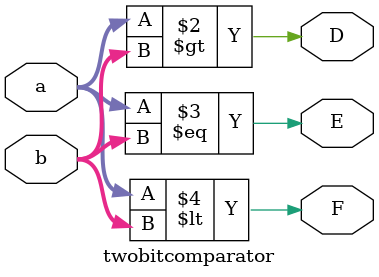
<source format=v>
`timescale 1ns / 1ps


module twobitcomparator(D,E,F,a,b);
input [1:0] a,b;
output reg D,E,F;
always @ (*)begin
 D= (a>b);//A>B
 E= (a==b);//A==B
 F= (a<b);//A<B
 end
 
endmodule



</source>
